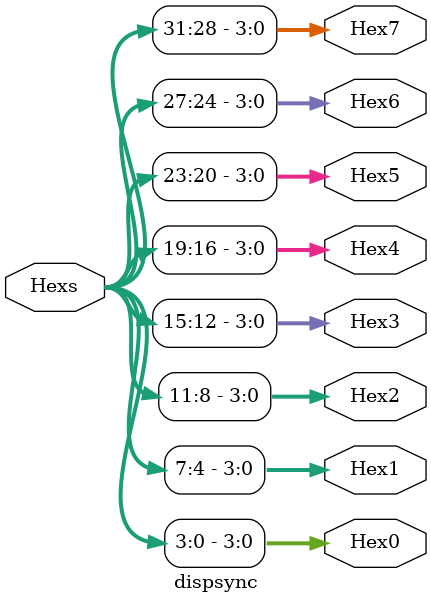
<source format=v>
`timescale 1ns / 1ps
module dispsync(
	input [31:0] Hexs, 
	output reg[3:0] Hex0,
 	output reg[3:0] Hex1,
	output reg[3:0] Hex2,
	output reg[3:0] Hex3,
	output reg[3:0] Hex4,
	output reg[3:0] Hex5,
	output reg[3:0] Hex6,
	output reg[3:0] Hex7
	); 
	always @* begin 
		Hex0 <= Hexs[3:0];
		Hex1 <= Hexs[7:4]; 
		Hex2 <= Hexs[11:8]; 
		Hex3 <= Hexs[15:12];
		Hex4 <= Hexs[19:16];
		Hex5 <= Hexs[23:20]; 
		Hex6 <= Hexs[27:24];
		Hex7 <= Hexs[31:28];
	end
endmodule

</source>
